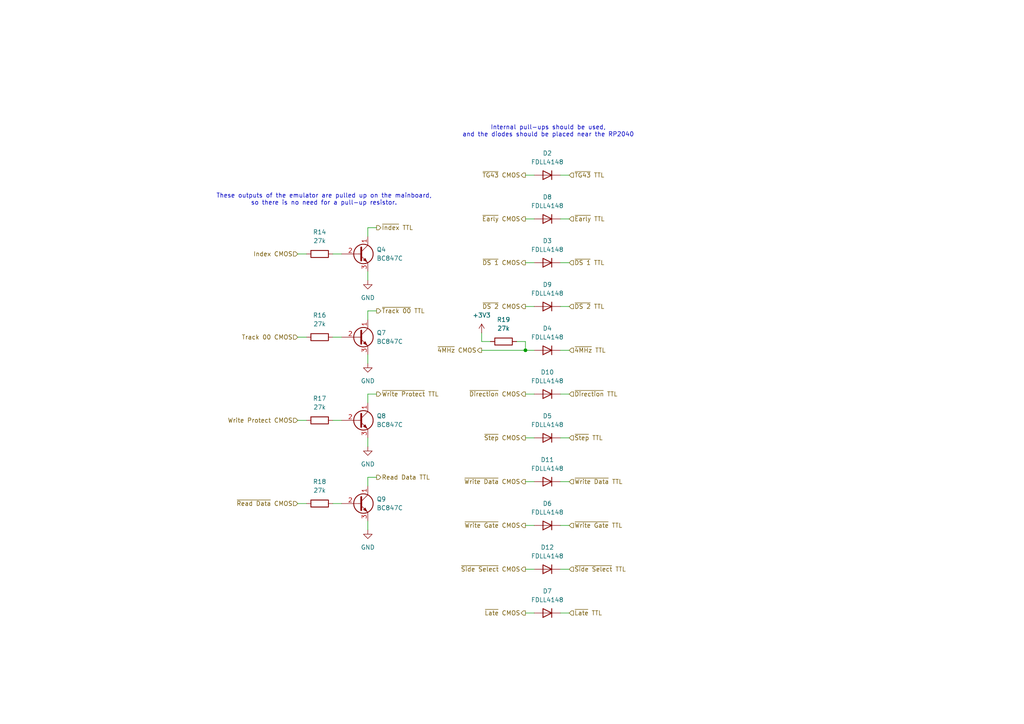
<source format=kicad_sch>
(kicad_sch (version 20231120) (generator "eeschema") (generator_version "8.0")
  (paper "A4")
  (lib_symbols
    (symbol "Device:R" (pin_numbers hide) (pin_names (offset 0))
      (property "Reference" "R" (at 2.032 0 90))
      (property "Value" "R" (at 0 0 90))
      (symbol "R_0_1"
        (rectangle (start -1.016 -2.54) (end 1.016 2.54) (stroke (width 0.254)))
      )
      (symbol "R_1_1"
        (pin passive line (at 0 3.81 270) (length 1.27) (name "~") (number "1"))
        (pin passive line (at 0 -3.81 90) (length 1.27) (name "~") (number "2"))
      )
    )
    (symbol "Diode:1N4004" (pin_numbers hide) (pin_names hide)
      (property "Reference" "D" (at 0 2.54 0))
      (property "Value" "1N4004" (at 0 -2.54 0))
      (symbol "1N4004_0_1"
        (polyline (pts (xy -1.27 1.27) (xy -1.27 -1.27)) (stroke (width 0.254)))
        (polyline (pts (xy 1.27 0) (xy -1.27 0)))
        (polyline (pts (xy 1.27 1.27) (xy 1.27 -1.27) (xy -1.27 0) (xy 1.27 1.27)) (stroke (width 0.254)))
      )
      (symbol "1N4004_1_1"
        (pin passive line (at -3.81 0 0) (length 2.54) (name "K") (number "1"))
        (pin passive line (at 3.81 0 180) (length 2.54) (name "A") (number "2"))
      )
    )
    (symbol "Transistor_BJT:BC547" (pin_names (offset 0) hide)
      (property "Reference" "Q" (at 5.08 1.905 0))
      (property "Value" "BC547" (at 5.08 0 0))
      (symbol "BC547_0_1"
        (polyline (pts (xy 0 0) (xy 0.635 0)))
        (polyline (pts (xy 0.635 0.635) (xy 2.54 2.54)))
        (polyline (pts (xy 0.635 -0.635) (xy 2.54 -2.54) (xy 2.54 -2.54)))
        (polyline (pts (xy 0.635 1.905) (xy 0.635 -1.905) (xy 0.635 -1.905)) (stroke (width 0.508)))
        (polyline (pts (xy 1.27 -1.778) (xy 1.778 -1.27) (xy 2.286 -2.286) (xy 1.27 -1.778) (xy 1.27 -1.778)) (fill (type outline)))
        (circle (center 1.27 0) (radius 2.8194) (stroke (width 0.254)))
      )
      (symbol "BC547_1_1"
        (pin passive line (at 2.54 5.08 270) (length 2.54) (name "C") (number "1"))
        (pin input line (at -5.08 0 0) (length 5.08) (name "B") (number "2"))
        (pin passive line (at 2.54 -5.08 90) (length 2.54) (name "E") (number "3"))
      )
    )
    (symbol "power:+3V3" (power) (pin_numbers hide) (pin_names (offset 0) hide)
      (property "Value" "+3V3" (at 0 3.556 0))
      (symbol "+3V3_0_1"
        (polyline (pts (xy -0.762 1.27) (xy 0 2.54)))
        (polyline (pts (xy 0 0) (xy 0 2.54)))
        (polyline (pts (xy 0 2.54) (xy 0.762 1.27)))
      )
      (symbol "+3V3_1_1"
        (pin power_in line (at 0 0 90) (length 0) (name "~") (number "1"))
      )
    )
    (symbol "power:GND" (power) (pin_numbers hide) (pin_names (offset 0) hide)
      (property "Value" "GND" (at 0 -3.81 0))
      (symbol "GND_0_1"
        (polyline (pts (xy 0 0) (xy 0 -1.27) (xy 1.27 -1.27) (xy 0 -2.54) (xy -1.27 -1.27) (xy 0 -1.27)))
      )
      (symbol "GND_1_1"
        (pin power_in line (at 0 0 270) (length 0) (name "~") (number "1"))
      )
    )
  )
  (junction (at 152.4 101.6))
  (wire (pts (xy 106.68 140.97) (xy 106.68 138.43)))
  (wire (pts (xy 152.4 139.7) (xy 154.94 139.7)))
  (wire (pts (xy 149.86 99.06) (xy 152.4 99.06)))
  (wire (pts (xy 162.56 114.3) (xy 165.1 114.3)))
  (wire (pts (xy 139.7 101.6) (xy 152.4 101.6)))
  (wire (pts (xy 106.68 138.43) (xy 109.22 138.43)))
  (wire (pts (xy 152.4 50.8) (xy 154.94 50.8)))
  (wire (pts (xy 162.56 63.5) (xy 165.1 63.5)))
  (wire (pts (xy 96.52 97.79) (xy 99.06 97.79)))
  (wire (pts (xy 106.68 90.17) (xy 109.22 90.17)))
  (wire (pts (xy 152.4 114.3) (xy 154.94 114.3)))
  (wire (pts (xy 162.56 152.4) (xy 165.1 152.4)))
  (wire (pts (xy 152.4 99.06) (xy 152.4 101.6)))
  (wire (pts (xy 106.68 116.84) (xy 106.68 114.3)))
  (wire (pts (xy 152.4 63.5) (xy 154.94 63.5)))
  (wire (pts (xy 162.56 76.2) (xy 165.1 76.2)))
  (wire (pts (xy 152.4 152.4) (xy 154.94 152.4)))
  (wire (pts (xy 162.56 50.8) (xy 165.1 50.8)))
  (wire (pts (xy 106.68 78.74) (xy 106.68 81.28)))
  (wire (pts (xy 152.4 101.6) (xy 154.94 101.6)))
  (wire (pts (xy 106.68 66.04) (xy 109.22 66.04)))
  (wire (pts (xy 106.68 127) (xy 106.68 129.54)))
  (wire (pts (xy 162.56 101.6) (xy 165.1 101.6)))
  (wire (pts (xy 152.4 177.8) (xy 154.94 177.8)))
  (wire (pts (xy 106.68 151.13) (xy 106.68 153.67)))
  (wire (pts (xy 152.4 76.2) (xy 154.94 76.2)))
  (wire (pts (xy 86.36 146.05) (xy 88.9 146.05)))
  (wire (pts (xy 162.56 127) (xy 165.1 127)))
  (wire (pts (xy 162.56 177.8) (xy 165.1 177.8)))
  (wire (pts (xy 162.56 139.7) (xy 165.1 139.7)))
  (wire (pts (xy 86.36 73.66) (xy 88.9 73.66)))
  (wire (pts (xy 96.52 73.66) (xy 99.06 73.66)))
  (wire (pts (xy 96.52 121.92) (xy 99.06 121.92)))
  (wire (pts (xy 86.36 121.92) (xy 88.9 121.92)))
  (wire (pts (xy 106.68 114.3) (xy 109.22 114.3)))
  (wire (pts (xy 86.36 97.79) (xy 88.9 97.79)))
  (wire (pts (xy 106.68 68.58) (xy 106.68 66.04)))
  (wire (pts (xy 106.68 92.71) (xy 106.68 90.17)))
  (wire (pts (xy 106.68 102.87) (xy 106.68 105.41)))
  (wire (pts (xy 152.4 127) (xy 154.94 127)))
  (wire (pts (xy 152.4 88.9) (xy 154.94 88.9)))
  (wire (pts (xy 162.56 165.1) (xy 165.1 165.1)))
  (wire (pts (xy 96.52 146.05) (xy 99.06 146.05)))
  (wire (pts (xy 152.4 165.1) (xy 154.94 165.1)))
  (wire (pts (xy 139.7 96.52) (xy 139.7 99.06)))
  (wire (pts (xy 162.56 88.9) (xy 165.1 88.9)))
  (wire (pts (xy 139.7 99.06) (xy 142.24 99.06)))
  (text "Internal pull-ups should be used,\nand the diodes should be placed near the RP2040" (at 159.004 38.1 0) (effects (font (size 1.27 1.27))))
  (text "These outputs of the emulator are pulled up on the mainboard,\nso there is no need for a pull-up resistor." (at 93.98 57.912 0) (effects (font (size 1.27 1.27))))
  (hierarchical_label "~{DS 1} TTL" (shape input) (at 165.1 76.2 0))
  (hierarchical_label "~{Late} TTL" (shape input) (at 165.1 177.8 0))
  (hierarchical_label "~{Write Protect} TTL" (shape output) (at 109.22 114.3 0))
  (hierarchical_label "Track 00 CMOS" (shape input) (at 86.36 97.79 180))
  (hierarchical_label "~{Side Select} TTL" (shape input) (at 165.1 165.1 0))
  (hierarchical_label "~{TG43} TTL" (shape input) (at 165.1 50.8 0))
  (hierarchical_label "~{Track 00} TTL" (shape output) (at 109.22 90.17 0))
  (hierarchical_label "~{Direction} TTL" (shape input) (at 165.1 114.3 0))
  (hierarchical_label "~{Step} TTL" (shape input) (at 165.1 127 0))
  (hierarchical_label "~{Early} CMOS" (shape output) (at 152.4 63.5 180))
  (hierarchical_label "~{Side Select} CMOS" (shape output) (at 152.4 165.1 180))
  (hierarchical_label "~{Read Data} CMOS" (shape input) (at 86.36 146.05 180))
  (hierarchical_label "~{Write Gate} CMOS" (shape output) (at 152.4 152.4 180))
  (hierarchical_label "Write Protect CMOS" (shape input) (at 86.36 121.92 180))
  (hierarchical_label "~{Late} CMOS" (shape output) (at 152.4 177.8 180))
  (hierarchical_label "~{4MHz} CMOS" (shape output) (at 139.7 101.6 180))
  (hierarchical_label "~{Write Data} TTL" (shape input) (at 165.1 139.7 0))
  (hierarchical_label "~{Write Data} CMOS" (shape output) (at 152.4 139.7 180))
  (hierarchical_label "~{Index} TTL" (shape output) (at 109.22 66.04 0))
  (hierarchical_label "~{4MHz} TTL" (shape input) (at 165.1 101.6 0))
  (hierarchical_label "~{DS 2} TTL" (shape input) (at 165.1 88.9 0))
  (hierarchical_label "Read Data TTL" (shape output) (at 109.22 138.43 0))
  (hierarchical_label "~{Step} CMOS" (shape output) (at 152.4 127 180))
  (hierarchical_label "~{DS 2} CMOS" (shape output) (at 152.4 88.9 180))
  (hierarchical_label "Index CMOS" (shape input) (at 86.36 73.66 180))
  (hierarchical_label "~{Write Gate} TTL" (shape input) (at 165.1 152.4 0))
  (hierarchical_label "~{Direction} CMOS" (shape output) (at 152.4 114.3 180))
  (hierarchical_label "~{Early} TTL" (shape input) (at 165.1 63.5 0))
  (hierarchical_label "~{DS 1} CMOS" (shape output) (at 152.4 76.2 180))
  (hierarchical_label "~{TG43} CMOS" (shape output) (at 152.4 50.8 180))
  (symbol (lib_id "Device:R") (at 146.05 99.06 90) (unit 1)
    (property "Reference" "R19" (at 146.05 92.71 90))
    (property "Value" "27k" (at 146.05 95.25 90))
    (property "Footprint" "Resistor_SMD:R_0805_2012Metric_Pad1.20x1.40mm_HandSolder" (effects (hide yes)))
    (property "Description" "Resistor" (effects (hide yes)))
    (property "Mouser part no." "603-RE0805FRE0727KL" (effects (hide yes)))
    (property "Part no." "RE0805FRE0727KL" (effects (hide yes)))
    (property "LCSC part no." "C375523" (effects (hide yes)))
  )
  (symbol (lib_id "Diode:1N4004") (at 158.75 177.8 180) (unit 1)
    (property "Reference" "D7" (at 158.75 171.45 0))
    (property "Value" "FDLL4148" (at 158.75 173.99 0))
    (property "Footprint" "Diode_SMD:D_1206_3216Metric_Pad1.42x1.75mm_HandSolder" (effects (hide yes)))
    (property "Datasheet" "https://au.mouser.com/datasheet/2/308/1N914_D-2309448.pdf" (effects (hide yes)))
    (property "Description" "400V 1A General Purpose Rectifier Diode, DO-41" (effects (hide yes)))
    (property "Sim.Device" "D" (effects (hide yes)))
    (property "Sim.Pins" "1=K 2=A" (effects (hide yes)))
    (property "Mouser part no." "512-FDLL4148" (effects (hide yes)))
    (property "Part no." "FDLL4148" (effects (hide yes)))
    (property "LCSC part no." "C78608" (effects (hide yes)))
  )
  (symbol (lib_id "power:+3V3") (at 139.7 96.52 0) (unit 1)
    (property "Reference" "#PWR031" (effects (hide yes)))
    (property "Value" "+3V3" (at 139.7 91.44 0))
    (property "Description" "Power symbol creates a global label with name \"+3V3\"" (effects (hide yes)))
  )
  (symbol (lib_id "power:GND") (at 106.68 105.41 0) (unit 1)
    (property "Reference" "#PWR026" (effects (hide yes)))
    (property "Value" "GND" (at 106.68 110.49 0))
    (property "Description" "Power symbol creates a global label with name \"GND\" , ground" (effects (hide yes)))
  )
  (symbol (lib_id "Diode:1N4004") (at 158.75 127 180) (unit 1)
    (property "Reference" "D5" (at 158.75 120.65 0))
    (property "Value" "FDLL4148" (at 158.75 123.19 0))
    (property "Footprint" "Diode_SMD:D_1206_3216Metric_Pad1.42x1.75mm_HandSolder" (effects (hide yes)))
    (property "Datasheet" "https://au.mouser.com/datasheet/2/308/1N914_D-2309448.pdf" (effects (hide yes)))
    (property "Description" "400V 1A General Purpose Rectifier Diode, DO-41" (effects (hide yes)))
    (property "Sim.Device" "D" (effects (hide yes)))
    (property "Sim.Pins" "1=K 2=A" (effects (hide yes)))
    (property "Mouser part no." "512-FDLL4148" (effects (hide yes)))
    (property "Part no." "FDLL4148" (effects (hide yes)))
    (property "LCSC part no." "C78608" (effects (hide yes)))
  )
  (symbol (lib_id "Diode:1N4004") (at 158.75 63.5 180) (unit 1)
    (property "Reference" "D8" (at 158.75 57.15 0))
    (property "Value" "FDLL4148" (at 158.75 59.69 0))
    (property "Footprint" "Diode_SMD:D_1206_3216Metric_Pad1.42x1.75mm_HandSolder" (effects (hide yes)))
    (property "Datasheet" "https://au.mouser.com/datasheet/2/308/1N914_D-2309448.pdf" (effects (hide yes)))
    (property "Description" "400V 1A General Purpose Rectifier Diode, DO-41" (effects (hide yes)))
    (property "Sim.Device" "D" (effects (hide yes)))
    (property "Sim.Pins" "1=K 2=A" (effects (hide yes)))
    (property "Mouser part no." "512-FDLL4148" (effects (hide yes)))
    (property "Part no." "FDLL4148" (effects (hide yes)))
    (property "LCSC part no." "C78608" (effects (hide yes)))
  )
  (symbol (lib_id "Diode:1N4004") (at 158.75 76.2 180) (unit 1)
    (property "Reference" "D3" (at 158.75 69.85 0))
    (property "Value" "FDLL4148" (at 158.75 72.39 0))
    (property "Footprint" "Diode_SMD:D_1206_3216Metric_Pad1.42x1.75mm_HandSolder" (effects (hide yes)))
    (property "Datasheet" "https://au.mouser.com/datasheet/2/308/1N914_D-2309448.pdf" (effects (hide yes)))
    (property "Description" "400V 1A General Purpose Rectifier Diode, DO-41" (effects (hide yes)))
    (property "Sim.Device" "D" (effects (hide yes)))
    (property "Sim.Pins" "1=K 2=A" (effects (hide yes)))
    (property "Mouser part no." "512-FDLL4148" (effects (hide yes)))
    (property "Part no." "FDLL4148" (effects (hide yes)))
    (property "LCSC part no." "C78608" (effects (hide yes)))
  )
  (symbol (lib_id "Diode:1N4004") (at 158.75 165.1 180) (unit 1)
    (property "Reference" "D12" (at 158.75 158.75 0))
    (property "Value" "FDLL4148" (at 158.75 161.29 0))
    (property "Footprint" "Diode_SMD:D_1206_3216Metric_Pad1.42x1.75mm_HandSolder" (effects (hide yes)))
    (property "Datasheet" "https://au.mouser.com/datasheet/2/308/1N914_D-2309448.pdf" (effects (hide yes)))
    (property "Description" "400V 1A General Purpose Rectifier Diode, DO-41" (effects (hide yes)))
    (property "Sim.Device" "D" (effects (hide yes)))
    (property "Sim.Pins" "1=K 2=A" (effects (hide yes)))
    (property "Mouser part no." "512-FDLL4148" (effects (hide yes)))
    (property "Part no." "FDLL4148" (effects (hide yes)))
    (property "LCSC part no." "C78608" (effects (hide yes)))
  )
  (symbol (lib_id "Device:R") (at 92.71 121.92 90) (unit 1)
    (property "Reference" "R17" (at 92.71 115.57 90))
    (property "Value" "27k" (at 92.71 118.11 90))
    (property "Footprint" "Resistor_SMD:R_0805_2012Metric_Pad1.20x1.40mm_HandSolder" (effects (hide yes)))
    (property "Description" "Resistor" (effects (hide yes)))
    (property "Mouser part no." "603-RE0805FRE0727KL" (effects (hide yes)))
    (property "Part no." "RE0805FRE0727KL" (effects (hide yes)))
    (property "LCSC part no." "C375523" (effects (hide yes)))
  )
  (symbol (lib_id "Diode:1N4004") (at 158.75 114.3 180) (unit 1)
    (property "Reference" "D10" (at 158.75 107.95 0))
    (property "Value" "FDLL4148" (at 158.75 110.49 0))
    (property "Footprint" "Diode_SMD:D_1206_3216Metric_Pad1.42x1.75mm_HandSolder" (effects (hide yes)))
    (property "Datasheet" "https://au.mouser.com/datasheet/2/308/1N914_D-2309448.pdf" (effects (hide yes)))
    (property "Description" "400V 1A General Purpose Rectifier Diode, DO-41" (effects (hide yes)))
    (property "Sim.Device" "D" (effects (hide yes)))
    (property "Sim.Pins" "1=K 2=A" (effects (hide yes)))
    (property "Mouser part no." "512-FDLL4148" (effects (hide yes)))
    (property "Part no." "FDLL4148" (effects (hide yes)))
    (property "LCSC part no." "C78608" (effects (hide yes)))
  )
  (symbol (lib_id "Device:R") (at 92.71 146.05 90) (unit 1)
    (property "Reference" "R18" (at 92.71 139.7 90))
    (property "Value" "27k" (at 92.71 142.24 90))
    (property "Footprint" "Resistor_SMD:R_0805_2012Metric_Pad1.20x1.40mm_HandSolder" (effects (hide yes)))
    (property "Description" "Resistor" (effects (hide yes)))
    (property "Mouser part no." "603-RE0805FRE0727KL" (effects (hide yes)))
    (property "Part no." "RE0805FRE0727KL" (effects (hide yes)))
    (property "LCSC part no." "C375523" (effects (hide yes)))
  )
  (symbol (lib_id "power:GND") (at 106.68 81.28 0) (unit 1)
    (property "Reference" "#PWR025" (effects (hide yes)))
    (property "Value" "GND" (at 106.68 86.36 0))
    (property "Description" "Power symbol creates a global label with name \"GND\" , ground" (effects (hide yes)))
  )
  (symbol (lib_id "Transistor_BJT:BC547") (at 104.14 146.05 0) (unit 1)
    (property "Reference" "Q9" (at 109.22 144.7799 0) (effects (justify left)))
    (property "Value" "BC847C" (at 109.22 147.3199 0) (effects (justify left)))
    (property "Footprint" "Package_TO_SOT_SMD:SOT-23_Handsoldering" (effects (hide yes)))
    (property "Datasheet" "https://au.mouser.com/datasheet/2/916/BC847X_SER-3081381.pdf" (effects (hide yes)))
    (property "Description" "0.1A Ic, 45V Vce, Small Signal NPN Transistor, TO-92" (effects (hide yes)))
    (property "Mouser part no." "771-BC847C-T/R" (effects (hide yes)))
    (property "Part no." "BC847C-T/R" (effects (hide yes)))
    (property "LCSC part no." "C181141" (effects (hide yes)))
  )
  (symbol (lib_id "Diode:1N4004") (at 158.75 88.9 180) (unit 1)
    (property "Reference" "D9" (at 158.75 82.55 0))
    (property "Value" "FDLL4148" (at 158.75 85.09 0))
    (property "Footprint" "Diode_SMD:D_1206_3216Metric_Pad1.42x1.75mm_HandSolder" (effects (hide yes)))
    (property "Datasheet" "https://au.mouser.com/datasheet/2/308/1N914_D-2309448.pdf" (effects (hide yes)))
    (property "Description" "400V 1A General Purpose Rectifier Diode, DO-41" (effects (hide yes)))
    (property "Sim.Device" "D" (effects (hide yes)))
    (property "Sim.Pins" "1=K 2=A" (effects (hide yes)))
    (property "Mouser part no." "512-FDLL4148" (effects (hide yes)))
    (property "Part no." "FDLL4148" (effects (hide yes)))
    (property "LCSC part no." "C78608" (effects (hide yes)))
  )
  (symbol (lib_id "Diode:1N4004") (at 158.75 152.4 180) (unit 1)
    (property "Reference" "D6" (at 158.75 146.05 0))
    (property "Value" "FDLL4148" (at 158.75 148.59 0))
    (property "Footprint" "Diode_SMD:D_1206_3216Metric_Pad1.42x1.75mm_HandSolder" (effects (hide yes)))
    (property "Datasheet" "https://au.mouser.com/datasheet/2/308/1N914_D-2309448.pdf" (effects (hide yes)))
    (property "Description" "400V 1A General Purpose Rectifier Diode, DO-41" (effects (hide yes)))
    (property "Sim.Device" "D" (effects (hide yes)))
    (property "Sim.Pins" "1=K 2=A" (effects (hide yes)))
    (property "Mouser part no." "512-FDLL4148" (effects (hide yes)))
    (property "Part no." "FDLL4148" (effects (hide yes)))
    (property "LCSC part no." "C78608" (effects (hide yes)))
  )
  (symbol (lib_id "Device:R") (at 92.71 97.79 90) (unit 1)
    (property "Reference" "R16" (at 92.71 91.44 90))
    (property "Value" "27k" (at 92.71 93.98 90))
    (property "Footprint" "Resistor_SMD:R_0805_2012Metric_Pad1.20x1.40mm_HandSolder" (effects (hide yes)))
    (property "Description" "Resistor" (effects (hide yes)))
    (property "Mouser part no." "603-RE0805FRE0727KL" (effects (hide yes)))
    (property "Part no." "RE0805FRE0727KL" (effects (hide yes)))
    (property "LCSC part no." "C375523" (effects (hide yes)))
  )
  (symbol (lib_id "Device:R") (at 92.71 73.66 90) (unit 1)
    (property "Reference" "R14" (at 92.71 67.31 90))
    (property "Value" "27k" (at 92.71 69.85 90))
    (property "Footprint" "Resistor_SMD:R_0805_2012Metric_Pad1.20x1.40mm_HandSolder" (effects (hide yes)))
    (property "Description" "Resistor" (effects (hide yes)))
    (property "Mouser part no." "603-RE0805FRE0727KL" (effects (hide yes)))
    (property "Part no." "RE0805FRE0727KL" (effects (hide yes)))
    (property "LCSC part no." "C375523" (effects (hide yes)))
  )
  (symbol (lib_id "Transistor_BJT:BC547") (at 104.14 73.66 0) (unit 1)
    (property "Reference" "Q4" (at 109.22 72.3899 0) (effects (justify left)))
    (property "Value" "BC847C" (at 109.22 74.9299 0) (effects (justify left)))
    (property "Footprint" "Package_TO_SOT_SMD:SOT-23_Handsoldering" (effects (hide yes)))
    (property "Datasheet" "https://au.mouser.com/datasheet/2/916/BC847X_SER-3081381.pdf" (effects (hide yes)))
    (property "Description" "0.1A Ic, 45V Vce, Small Signal NPN Transistor, TO-92" (effects (hide yes)))
    (property "Mouser part no." "771-BC847C-T/R" (effects (hide yes)))
    (property "Part no." "BC847C-T/R" (effects (hide yes)))
    (property "LCSC part no." "C181141" (effects (hide yes)))
  )
  (symbol (lib_id "Diode:1N4004") (at 158.75 50.8 180) (unit 1)
    (property "Reference" "D2" (at 158.75 44.45 0))
    (property "Value" "FDLL4148" (at 158.75 46.99 0))
    (property "Footprint" "Diode_SMD:D_1206_3216Metric_Pad1.42x1.75mm_HandSolder" (effects (hide yes)))
    (property "Datasheet" "https://au.mouser.com/datasheet/2/308/1N914_D-2309448.pdf" (effects (hide yes)))
    (property "Description" "400V 1A General Purpose Rectifier Diode, DO-41" (effects (hide yes)))
    (property "Sim.Device" "D" (effects (hide yes)))
    (property "Sim.Pins" "1=K 2=A" (effects (hide yes)))
    (property "Mouser part no." "512-FDLL4148" (effects (hide yes)))
    (property "Part no." "FDLL4148" (effects (hide yes)))
    (property "LCSC part no." "C78608" (effects (hide yes)))
  )
  (symbol (lib_id "Transistor_BJT:BC547") (at 104.14 121.92 0) (unit 1)
    (property "Reference" "Q8" (at 109.22 120.6499 0) (effects (justify left)))
    (property "Value" "BC847C" (at 109.22 123.1899 0) (effects (justify left)))
    (property "Footprint" "Package_TO_SOT_SMD:SOT-23_Handsoldering" (effects (hide yes)))
    (property "Datasheet" "https://au.mouser.com/datasheet/2/916/BC847X_SER-3081381.pdf" (effects (hide yes)))
    (property "Description" "0.1A Ic, 45V Vce, Small Signal NPN Transistor, TO-92" (effects (hide yes)))
    (property "Mouser part no." "771-BC847C-T/R" (effects (hide yes)))
    (property "Part no." "BC847C-T/R" (effects (hide yes)))
    (property "LCSC part no." "C181141" (effects (hide yes)))
  )
  (symbol (lib_id "power:GND") (at 106.68 129.54 0) (unit 1)
    (property "Reference" "#PWR027" (effects (hide yes)))
    (property "Value" "GND" (at 106.68 134.62 0))
    (property "Description" "Power symbol creates a global label with name \"GND\" , ground" (effects (hide yes)))
  )
  (symbol (lib_id "Transistor_BJT:BC547") (at 104.14 97.79 0) (unit 1)
    (property "Reference" "Q7" (at 109.22 96.5199 0) (effects (justify left)))
    (property "Value" "BC847C" (at 109.22 99.0599 0) (effects (justify left)))
    (property "Footprint" "Package_TO_SOT_SMD:SOT-23_Handsoldering" (effects (hide yes)))
    (property "Datasheet" "https://au.mouser.com/datasheet/2/916/BC847X_SER-3081381.pdf" (effects (hide yes)))
    (property "Description" "0.1A Ic, 45V Vce, Small Signal NPN Transistor, TO-92" (effects (hide yes)))
    (property "Mouser part no." "771-BC847C-T/R" (effects (hide yes)))
    (property "Part no." "BC847C-T/R" (effects (hide yes)))
    (property "LCSC part no." "C181141" (effects (hide yes)))
  )
  (symbol (lib_id "power:GND") (at 106.68 153.67 0) (unit 1)
    (property "Reference" "#PWR028" (effects (hide yes)))
    (property "Value" "GND" (at 106.68 158.75 0))
    (property "Description" "Power symbol creates a global label with name \"GND\" , ground" (effects (hide yes)))
  )
  (symbol (lib_id "Diode:1N4004") (at 158.75 101.6 180) (unit 1)
    (property "Reference" "D4" (at 158.75 95.25 0))
    (property "Value" "FDLL4148" (at 158.75 97.79 0))
    (property "Footprint" "Diode_SMD:D_1206_3216Metric_Pad1.42x1.75mm_HandSolder" (effects (hide yes)))
    (property "Datasheet" "https://au.mouser.com/datasheet/2/308/1N914_D-2309448.pdf" (effects (hide yes)))
    (property "Description" "400V 1A General Purpose Rectifier Diode, DO-41" (effects (hide yes)))
    (property "Sim.Device" "D" (effects (hide yes)))
    (property "Sim.Pins" "1=K 2=A" (effects (hide yes)))
    (property "Mouser part no." "512-FDLL4148" (effects (hide yes)))
    (property "Part no." "FDLL4148" (effects (hide yes)))
    (property "LCSC part no." "C78608" (effects (hide yes)))
  )
  (symbol (lib_id "Diode:1N4004") (at 158.75 139.7 180) (unit 1)
    (property "Reference" "D11" (at 158.75 133.35 0))
    (property "Value" "FDLL4148" (at 158.75 135.89 0))
    (property "Footprint" "Diode_SMD:D_1206_3216Metric_Pad1.42x1.75mm_HandSolder" (effects (hide yes)))
    (property "Datasheet" "https://au.mouser.com/datasheet/2/308/1N914_D-2309448.pdf" (effects (hide yes)))
    (property "Description" "400V 1A General Purpose Rectifier Diode, DO-41" (effects (hide yes)))
    (property "Sim.Device" "D" (effects (hide yes)))
    (property "Sim.Pins" "1=K 2=A" (effects (hide yes)))
    (property "Mouser part no." "512-FDLL4148" (effects (hide yes)))
    (property "Part no." "FDLL4148" (effects (hide yes)))
    (property "LCSC part no." "C78608" (effects (hide yes)))
  )
)
</source>
